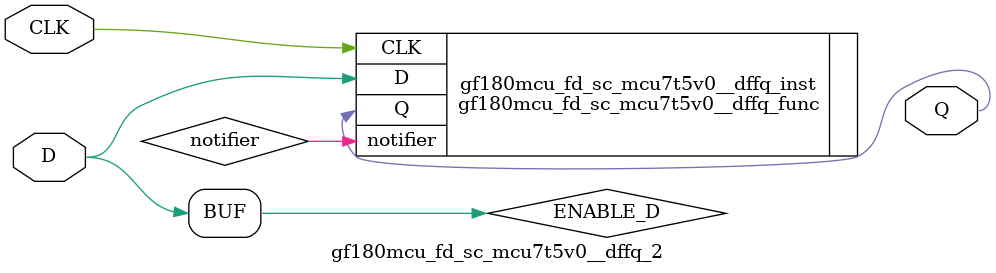
<source format=v>

`ifndef GF180MCU_FD_SC_MCU7T5V0__DFFQ_2_V
`define GF180MCU_FD_SC_MCU7T5V0__DFFQ_2_V

`include gf180mcu_fd_sc_mcu7t5v0__dffq.v

`ifdef USE_POWER_PINS
module gf180mcu_fd_sc_mcu7t5v0__dffq_2( CLK, D, Q, VDD, VSS );
inout VDD, VSS;
`else // If not USE_POWER_PINS
module gf180mcu_fd_sc_mcu7t5v0__dffq_2( CLK, D, Q );
`endif // If not USE_POWER_PINS
input CLK, D;
output Q;

`ifdef USE_POWER_PINS
  gf180mcu_fd_sc_mcu7t5v0__dffq_func gf180mcu_fd_sc_mcu7t5v0__dffq_inst(.CLK(CLK),.D(D),.Q(Q),.VDD(VDD),.VSS(VSS),.notifier(notifier));
`else // If not USE_POWER_PINS
  gf180mcu_fd_sc_mcu7t5v0__dffq_func gf180mcu_fd_sc_mcu7t5v0__dffq_inst(.CLK(CLK),.D(D),.Q(Q),.notifier(notifier));
`endif // If not USE_POWER_PINS

`ifndef FUNCTIONAL
	// spec_gates_begin


	not MGM_G0(ENABLE_NOT_D,D);


	buf MGM_G1(ENABLE_D,D);


	// spec_gates_end



   specify

	// specify_block_begin

	// seq arc CLK --> Q
	(posedge CLK => (Q : D))  = (1.0,1.0);

	$width(negedge CLK &&& (ENABLE_NOT_D === 1'b1)
		,1.0,0,notifier);

	$width(posedge CLK &&& (ENABLE_NOT_D === 1'b1)
		,1.0,0,notifier);

	$width(negedge CLK &&& (ENABLE_D === 1'b1)
		,1.0,0,notifier);

	$width(posedge CLK &&& (ENABLE_D === 1'b1)
		,1.0,0,notifier);

	// hold D-HL CLK-LH
	$hold(posedge CLK,negedge D,1.0,notifier);

	// hold D-LH CLK-LH
	$hold(posedge CLK,posedge D,1.0,notifier);

	// setup D-HL CLK-LH
	$setup(negedge D,posedge CLK,1.0,notifier);

	// setup D-LH CLK-LH
	$setup(posedge D,posedge CLK,1.0,notifier);

	// mpw CLK_lh
	$width(posedge CLK,1.0,0,notifier);

	// mpw CLK_hl
	$width(negedge CLK,1.0,0,notifier);

	// period CLK
	$period(posedge CLK &&& (ENABLE_NOT_D === 1'b1)
		,1.0,notifier);

	// period CLK
	$period(posedge CLK &&& (ENABLE_D === 1'b1)
		,1.0,notifier);

	// period CLK
	$period(posedge CLK,1.0,notifier);

	// specify_block_end

   endspecify

   `endif

endmodule
`endif // GF180MCU_FD_SC_MCU7T5V0__DFFQ_2_V

</source>
